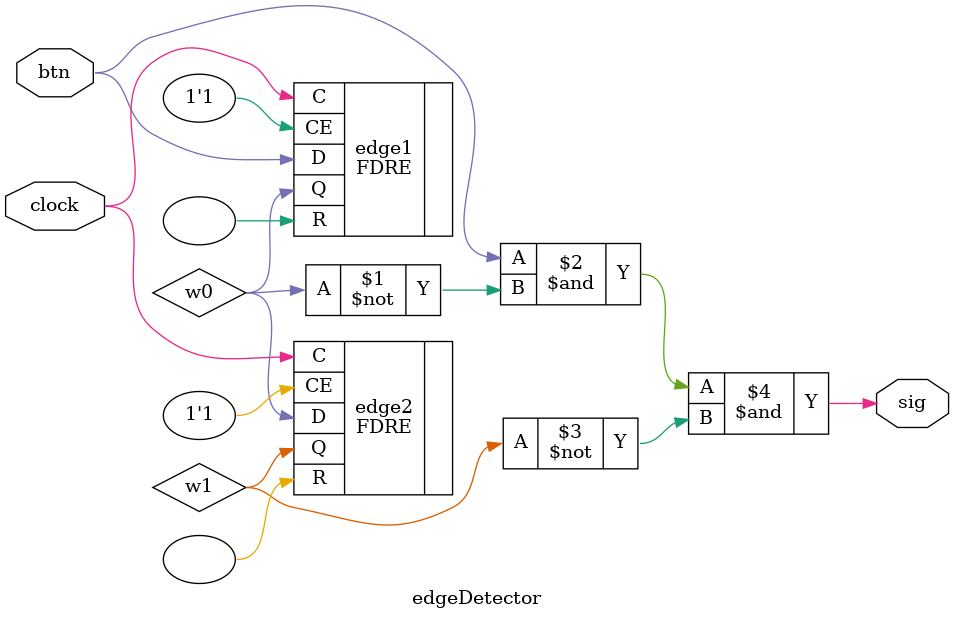
<source format=v>
`timescale 1ns / 1ps


module edgeDetector(
    input btn,
    input clock,
    output sig
    );
    wire w0,w1;
    FDRE #(.INIT(1'b0) ) edge1 (.CE(1'b1), .C(clock), .R(), .D(btn), .Q(w0));
    FDRE #(.INIT(1'b0) ) edge2 (.CE(1'b1), .C(clock), .R(), .D(w0), .Q(w1));
    
    assign sig = (btn & ~w0 & ~w1);
    
endmodule

</source>
